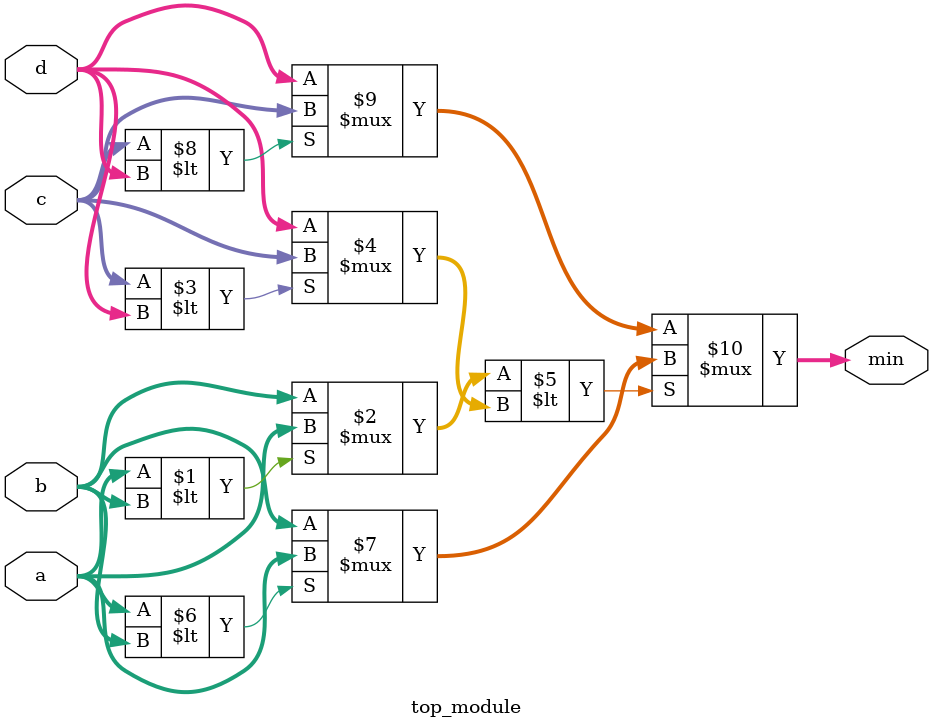
<source format=v>
module top_module (
    input [7:0] a, b, c, d,
    output [7:0] min);//
/* wire [7:0]min1,min2;
    assign min1 = (a<b)? a:b;
    assign min2 = (c<d)? c:d;
    assign min = (min1<min2)?min1:min2;
  */
  assign min = ((a < b ? a : b) < (c < d ? c : d)) ? (a < b ? a : b) : (c < d ? c : d);

endmodule
</source>
